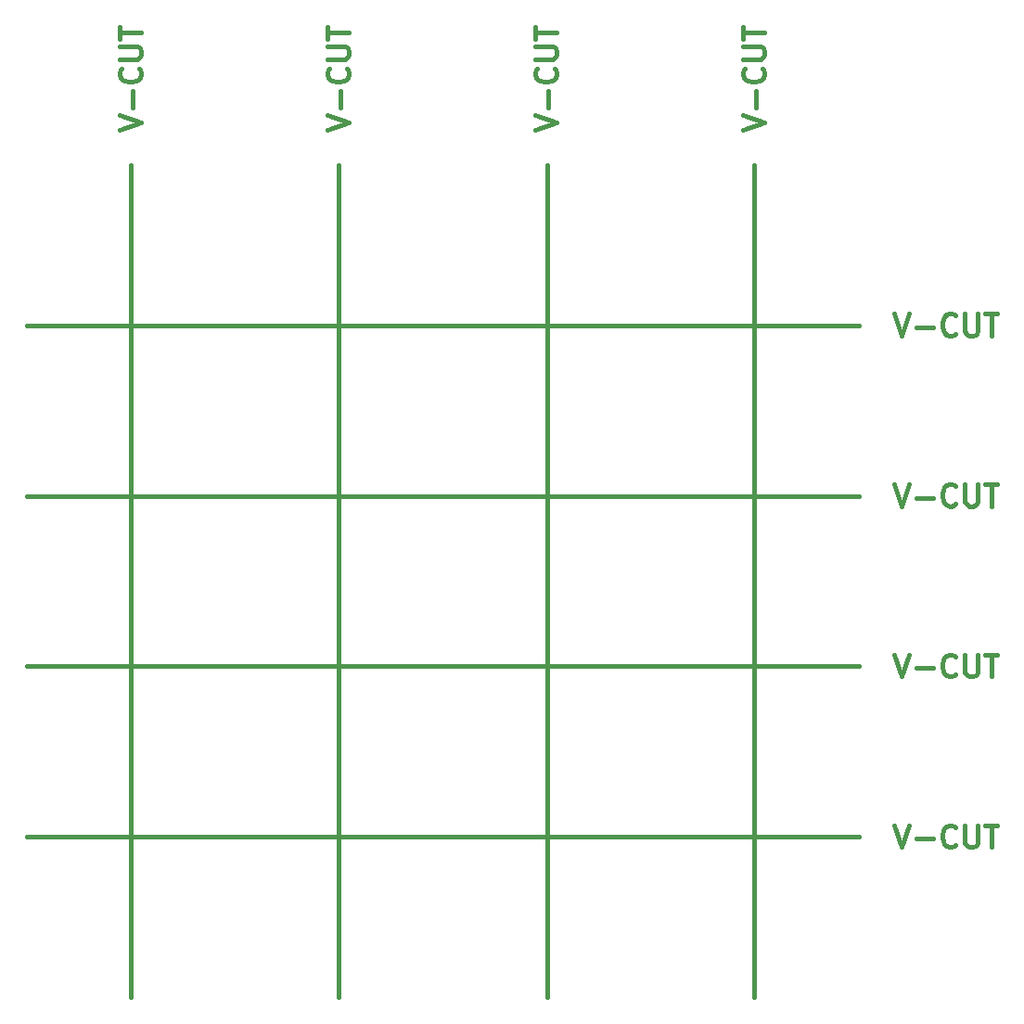
<source format=gbr>
G04 #@! TF.GenerationSoftware,KiCad,Pcbnew,7.0.2-6a45011f42~172~ubuntu22.04.1*
G04 #@! TF.CreationDate,2023-06-12T10:28:05+08:00*
G04 #@! TF.ProjectId,panel_3_3,70616e65-6c5f-4335-9f33-2e6b69636164,rev?*
G04 #@! TF.SameCoordinates,Original*
G04 #@! TF.FileFunction,Other,Comment*
%FSLAX46Y46*%
G04 Gerber Fmt 4.6, Leading zero omitted, Abs format (unit mm)*
G04 Created by KiCad (PCBNEW 7.0.2-6a45011f42~172~ubuntu22.04.1) date 2023-06-12 10:28:05*
%MOMM*%
%LPD*%
G01*
G04 APERTURE LIST*
%ADD10C,0.400000*%
G04 APERTURE END LIST*
D10*
X-3000000Y-27220000D02*
X73000000Y-27220000D01*
X-3000000Y-58340000D02*
X73000000Y-58340000D01*
X6550000Y3000000D02*
X6550000Y-73000000D01*
X44490000Y3000000D02*
X44490000Y-73000000D01*
X-3000000Y-42780000D02*
X73000000Y-42780000D01*
X25510000Y3000000D02*
X25510000Y-73000000D01*
X-3000000Y-11660000D02*
X73000000Y-11660000D01*
X63450000Y3000000D02*
X63450000Y-73000000D01*
X5475238Y6190477D02*
X7475238Y6857143D01*
X7475238Y6857143D02*
X5475238Y7523810D01*
X6713333Y8190477D02*
X6713333Y9714286D01*
X7284761Y11809524D02*
X7380000Y11714286D01*
X7380000Y11714286D02*
X7475238Y11428572D01*
X7475238Y11428572D02*
X7475238Y11238096D01*
X7475238Y11238096D02*
X7380000Y10952381D01*
X7380000Y10952381D02*
X7189523Y10761905D01*
X7189523Y10761905D02*
X6999047Y10666667D01*
X6999047Y10666667D02*
X6618095Y10571429D01*
X6618095Y10571429D02*
X6332380Y10571429D01*
X6332380Y10571429D02*
X5951428Y10666667D01*
X5951428Y10666667D02*
X5760952Y10761905D01*
X5760952Y10761905D02*
X5570476Y10952381D01*
X5570476Y10952381D02*
X5475238Y11238096D01*
X5475238Y11238096D02*
X5475238Y11428572D01*
X5475238Y11428572D02*
X5570476Y11714286D01*
X5570476Y11714286D02*
X5665714Y11809524D01*
X5475238Y12666667D02*
X7094285Y12666667D01*
X7094285Y12666667D02*
X7284761Y12761905D01*
X7284761Y12761905D02*
X7380000Y12857143D01*
X7380000Y12857143D02*
X7475238Y13047619D01*
X7475238Y13047619D02*
X7475238Y13428572D01*
X7475238Y13428572D02*
X7380000Y13619048D01*
X7380000Y13619048D02*
X7284761Y13714286D01*
X7284761Y13714286D02*
X7094285Y13809524D01*
X7094285Y13809524D02*
X5475238Y13809524D01*
X5475238Y14476191D02*
X5475238Y15619048D01*
X7475238Y15047619D02*
X5475238Y15047619D01*
X76190476Y-57265238D02*
X76857142Y-59265238D01*
X76857142Y-59265238D02*
X77523809Y-57265238D01*
X78190476Y-58503333D02*
X79714286Y-58503333D01*
X81809523Y-59074761D02*
X81714285Y-59170000D01*
X81714285Y-59170000D02*
X81428571Y-59265238D01*
X81428571Y-59265238D02*
X81238095Y-59265238D01*
X81238095Y-59265238D02*
X80952380Y-59170000D01*
X80952380Y-59170000D02*
X80761904Y-58979523D01*
X80761904Y-58979523D02*
X80666666Y-58789047D01*
X80666666Y-58789047D02*
X80571428Y-58408095D01*
X80571428Y-58408095D02*
X80571428Y-58122380D01*
X80571428Y-58122380D02*
X80666666Y-57741428D01*
X80666666Y-57741428D02*
X80761904Y-57550952D01*
X80761904Y-57550952D02*
X80952380Y-57360476D01*
X80952380Y-57360476D02*
X81238095Y-57265238D01*
X81238095Y-57265238D02*
X81428571Y-57265238D01*
X81428571Y-57265238D02*
X81714285Y-57360476D01*
X81714285Y-57360476D02*
X81809523Y-57455714D01*
X82666666Y-57265238D02*
X82666666Y-58884285D01*
X82666666Y-58884285D02*
X82761904Y-59074761D01*
X82761904Y-59074761D02*
X82857142Y-59170000D01*
X82857142Y-59170000D02*
X83047618Y-59265238D01*
X83047618Y-59265238D02*
X83428571Y-59265238D01*
X83428571Y-59265238D02*
X83619047Y-59170000D01*
X83619047Y-59170000D02*
X83714285Y-59074761D01*
X83714285Y-59074761D02*
X83809523Y-58884285D01*
X83809523Y-58884285D02*
X83809523Y-57265238D01*
X84476190Y-57265238D02*
X85619047Y-57265238D01*
X85047618Y-59265238D02*
X85047618Y-57265238D01*
X76190476Y-10585238D02*
X76857142Y-12585238D01*
X76857142Y-12585238D02*
X77523809Y-10585238D01*
X78190476Y-11823333D02*
X79714286Y-11823333D01*
X81809523Y-12394761D02*
X81714285Y-12490000D01*
X81714285Y-12490000D02*
X81428571Y-12585238D01*
X81428571Y-12585238D02*
X81238095Y-12585238D01*
X81238095Y-12585238D02*
X80952380Y-12490000D01*
X80952380Y-12490000D02*
X80761904Y-12299523D01*
X80761904Y-12299523D02*
X80666666Y-12109047D01*
X80666666Y-12109047D02*
X80571428Y-11728095D01*
X80571428Y-11728095D02*
X80571428Y-11442380D01*
X80571428Y-11442380D02*
X80666666Y-11061428D01*
X80666666Y-11061428D02*
X80761904Y-10870952D01*
X80761904Y-10870952D02*
X80952380Y-10680476D01*
X80952380Y-10680476D02*
X81238095Y-10585238D01*
X81238095Y-10585238D02*
X81428571Y-10585238D01*
X81428571Y-10585238D02*
X81714285Y-10680476D01*
X81714285Y-10680476D02*
X81809523Y-10775714D01*
X82666666Y-10585238D02*
X82666666Y-12204285D01*
X82666666Y-12204285D02*
X82761904Y-12394761D01*
X82761904Y-12394761D02*
X82857142Y-12490000D01*
X82857142Y-12490000D02*
X83047618Y-12585238D01*
X83047618Y-12585238D02*
X83428571Y-12585238D01*
X83428571Y-12585238D02*
X83619047Y-12490000D01*
X83619047Y-12490000D02*
X83714285Y-12394761D01*
X83714285Y-12394761D02*
X83809523Y-12204285D01*
X83809523Y-12204285D02*
X83809523Y-10585238D01*
X84476190Y-10585238D02*
X85619047Y-10585238D01*
X85047618Y-12585238D02*
X85047618Y-10585238D01*
X43415238Y6190477D02*
X45415238Y6857143D01*
X45415238Y6857143D02*
X43415238Y7523810D01*
X44653333Y8190477D02*
X44653333Y9714286D01*
X45224761Y11809524D02*
X45320000Y11714286D01*
X45320000Y11714286D02*
X45415238Y11428572D01*
X45415238Y11428572D02*
X45415238Y11238096D01*
X45415238Y11238096D02*
X45320000Y10952381D01*
X45320000Y10952381D02*
X45129523Y10761905D01*
X45129523Y10761905D02*
X44939047Y10666667D01*
X44939047Y10666667D02*
X44558095Y10571429D01*
X44558095Y10571429D02*
X44272380Y10571429D01*
X44272380Y10571429D02*
X43891428Y10666667D01*
X43891428Y10666667D02*
X43700952Y10761905D01*
X43700952Y10761905D02*
X43510476Y10952381D01*
X43510476Y10952381D02*
X43415238Y11238096D01*
X43415238Y11238096D02*
X43415238Y11428572D01*
X43415238Y11428572D02*
X43510476Y11714286D01*
X43510476Y11714286D02*
X43605714Y11809524D01*
X43415238Y12666667D02*
X45034285Y12666667D01*
X45034285Y12666667D02*
X45224761Y12761905D01*
X45224761Y12761905D02*
X45320000Y12857143D01*
X45320000Y12857143D02*
X45415238Y13047619D01*
X45415238Y13047619D02*
X45415238Y13428572D01*
X45415238Y13428572D02*
X45320000Y13619048D01*
X45320000Y13619048D02*
X45224761Y13714286D01*
X45224761Y13714286D02*
X45034285Y13809524D01*
X45034285Y13809524D02*
X43415238Y13809524D01*
X43415238Y14476191D02*
X43415238Y15619048D01*
X45415238Y15047619D02*
X43415238Y15047619D01*
X76190476Y-41705238D02*
X76857142Y-43705238D01*
X76857142Y-43705238D02*
X77523809Y-41705238D01*
X78190476Y-42943333D02*
X79714286Y-42943333D01*
X81809523Y-43514761D02*
X81714285Y-43610000D01*
X81714285Y-43610000D02*
X81428571Y-43705238D01*
X81428571Y-43705238D02*
X81238095Y-43705238D01*
X81238095Y-43705238D02*
X80952380Y-43610000D01*
X80952380Y-43610000D02*
X80761904Y-43419523D01*
X80761904Y-43419523D02*
X80666666Y-43229047D01*
X80666666Y-43229047D02*
X80571428Y-42848095D01*
X80571428Y-42848095D02*
X80571428Y-42562380D01*
X80571428Y-42562380D02*
X80666666Y-42181428D01*
X80666666Y-42181428D02*
X80761904Y-41990952D01*
X80761904Y-41990952D02*
X80952380Y-41800476D01*
X80952380Y-41800476D02*
X81238095Y-41705238D01*
X81238095Y-41705238D02*
X81428571Y-41705238D01*
X81428571Y-41705238D02*
X81714285Y-41800476D01*
X81714285Y-41800476D02*
X81809523Y-41895714D01*
X82666666Y-41705238D02*
X82666666Y-43324285D01*
X82666666Y-43324285D02*
X82761904Y-43514761D01*
X82761904Y-43514761D02*
X82857142Y-43610000D01*
X82857142Y-43610000D02*
X83047618Y-43705238D01*
X83047618Y-43705238D02*
X83428571Y-43705238D01*
X83428571Y-43705238D02*
X83619047Y-43610000D01*
X83619047Y-43610000D02*
X83714285Y-43514761D01*
X83714285Y-43514761D02*
X83809523Y-43324285D01*
X83809523Y-43324285D02*
X83809523Y-41705238D01*
X84476190Y-41705238D02*
X85619047Y-41705238D01*
X85047618Y-43705238D02*
X85047618Y-41705238D01*
X62375238Y6190477D02*
X64375238Y6857143D01*
X64375238Y6857143D02*
X62375238Y7523810D01*
X63613333Y8190477D02*
X63613333Y9714286D01*
X64184761Y11809524D02*
X64280000Y11714286D01*
X64280000Y11714286D02*
X64375238Y11428572D01*
X64375238Y11428572D02*
X64375238Y11238096D01*
X64375238Y11238096D02*
X64280000Y10952381D01*
X64280000Y10952381D02*
X64089523Y10761905D01*
X64089523Y10761905D02*
X63899047Y10666667D01*
X63899047Y10666667D02*
X63518095Y10571429D01*
X63518095Y10571429D02*
X63232380Y10571429D01*
X63232380Y10571429D02*
X62851428Y10666667D01*
X62851428Y10666667D02*
X62660952Y10761905D01*
X62660952Y10761905D02*
X62470476Y10952381D01*
X62470476Y10952381D02*
X62375238Y11238096D01*
X62375238Y11238096D02*
X62375238Y11428572D01*
X62375238Y11428572D02*
X62470476Y11714286D01*
X62470476Y11714286D02*
X62565714Y11809524D01*
X62375238Y12666667D02*
X63994285Y12666667D01*
X63994285Y12666667D02*
X64184761Y12761905D01*
X64184761Y12761905D02*
X64280000Y12857143D01*
X64280000Y12857143D02*
X64375238Y13047619D01*
X64375238Y13047619D02*
X64375238Y13428572D01*
X64375238Y13428572D02*
X64280000Y13619048D01*
X64280000Y13619048D02*
X64184761Y13714286D01*
X64184761Y13714286D02*
X63994285Y13809524D01*
X63994285Y13809524D02*
X62375238Y13809524D01*
X62375238Y14476191D02*
X62375238Y15619048D01*
X64375238Y15047619D02*
X62375238Y15047619D01*
X24435238Y6190477D02*
X26435238Y6857143D01*
X26435238Y6857143D02*
X24435238Y7523810D01*
X25673333Y8190477D02*
X25673333Y9714286D01*
X26244761Y11809524D02*
X26340000Y11714286D01*
X26340000Y11714286D02*
X26435238Y11428572D01*
X26435238Y11428572D02*
X26435238Y11238096D01*
X26435238Y11238096D02*
X26340000Y10952381D01*
X26340000Y10952381D02*
X26149523Y10761905D01*
X26149523Y10761905D02*
X25959047Y10666667D01*
X25959047Y10666667D02*
X25578095Y10571429D01*
X25578095Y10571429D02*
X25292380Y10571429D01*
X25292380Y10571429D02*
X24911428Y10666667D01*
X24911428Y10666667D02*
X24720952Y10761905D01*
X24720952Y10761905D02*
X24530476Y10952381D01*
X24530476Y10952381D02*
X24435238Y11238096D01*
X24435238Y11238096D02*
X24435238Y11428572D01*
X24435238Y11428572D02*
X24530476Y11714286D01*
X24530476Y11714286D02*
X24625714Y11809524D01*
X24435238Y12666667D02*
X26054285Y12666667D01*
X26054285Y12666667D02*
X26244761Y12761905D01*
X26244761Y12761905D02*
X26340000Y12857143D01*
X26340000Y12857143D02*
X26435238Y13047619D01*
X26435238Y13047619D02*
X26435238Y13428572D01*
X26435238Y13428572D02*
X26340000Y13619048D01*
X26340000Y13619048D02*
X26244761Y13714286D01*
X26244761Y13714286D02*
X26054285Y13809524D01*
X26054285Y13809524D02*
X24435238Y13809524D01*
X24435238Y14476191D02*
X24435238Y15619048D01*
X26435238Y15047619D02*
X24435238Y15047619D01*
X76190476Y-26145238D02*
X76857142Y-28145238D01*
X76857142Y-28145238D02*
X77523809Y-26145238D01*
X78190476Y-27383333D02*
X79714286Y-27383333D01*
X81809523Y-27954761D02*
X81714285Y-28050000D01*
X81714285Y-28050000D02*
X81428571Y-28145238D01*
X81428571Y-28145238D02*
X81238095Y-28145238D01*
X81238095Y-28145238D02*
X80952380Y-28050000D01*
X80952380Y-28050000D02*
X80761904Y-27859523D01*
X80761904Y-27859523D02*
X80666666Y-27669047D01*
X80666666Y-27669047D02*
X80571428Y-27288095D01*
X80571428Y-27288095D02*
X80571428Y-27002380D01*
X80571428Y-27002380D02*
X80666666Y-26621428D01*
X80666666Y-26621428D02*
X80761904Y-26430952D01*
X80761904Y-26430952D02*
X80952380Y-26240476D01*
X80952380Y-26240476D02*
X81238095Y-26145238D01*
X81238095Y-26145238D02*
X81428571Y-26145238D01*
X81428571Y-26145238D02*
X81714285Y-26240476D01*
X81714285Y-26240476D02*
X81809523Y-26335714D01*
X82666666Y-26145238D02*
X82666666Y-27764285D01*
X82666666Y-27764285D02*
X82761904Y-27954761D01*
X82761904Y-27954761D02*
X82857142Y-28050000D01*
X82857142Y-28050000D02*
X83047618Y-28145238D01*
X83047618Y-28145238D02*
X83428571Y-28145238D01*
X83428571Y-28145238D02*
X83619047Y-28050000D01*
X83619047Y-28050000D02*
X83714285Y-27954761D01*
X83714285Y-27954761D02*
X83809523Y-27764285D01*
X83809523Y-27764285D02*
X83809523Y-26145238D01*
X84476190Y-26145238D02*
X85619047Y-26145238D01*
X85047618Y-28145238D02*
X85047618Y-26145238D01*
M02*

</source>
